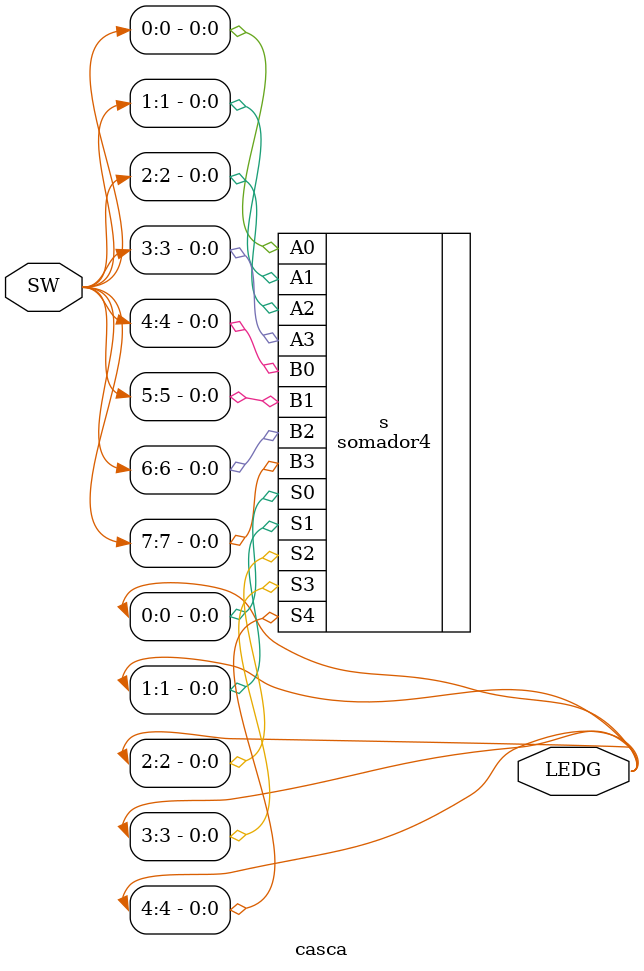
<source format=v>
 module casca (
	input[0:7]SW,
	output[0:4]LEDG);
	
	somador4 s (
		.A0(SW[0]),
		.A1(SW[1]),
		.A2(SW[2]),
		.A3(SW[3]),
		.B0(SW[4]),
		.B1(SW[5]),
		.B2(SW[6]),
		.B3(SW[7]),
		.S0(LEDG[0]),
		.S1(LEDG[1]),
		.S2(LEDG[2]),
		.S3(LEDG[3]),
		.S4(LEDG[4]));
endmodule

</source>
